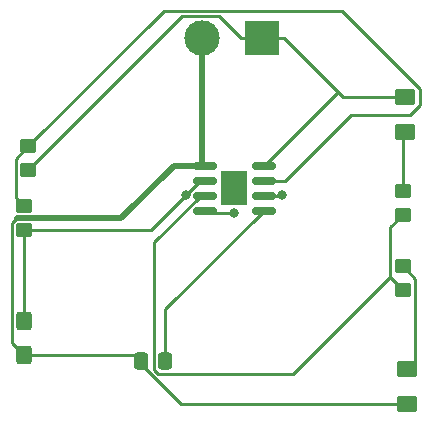
<source format=gbr>
%TF.GenerationSoftware,KiCad,Pcbnew,(6.0.10)*%
%TF.CreationDate,2023-02-17T15:18:55-08:00*%
%TF.ProjectId,ee210,65653231-302e-46b6-9963-61645f706362,rev?*%
%TF.SameCoordinates,Original*%
%TF.FileFunction,Copper,L1,Top*%
%TF.FilePolarity,Positive*%
%FSLAX46Y46*%
G04 Gerber Fmt 4.6, Leading zero omitted, Abs format (unit mm)*
G04 Created by KiCad (PCBNEW (6.0.10)) date 2023-02-17 15:18:55*
%MOMM*%
%LPD*%
G01*
G04 APERTURE LIST*
G04 Aperture macros list*
%AMRoundRect*
0 Rectangle with rounded corners*
0 $1 Rounding radius*
0 $2 $3 $4 $5 $6 $7 $8 $9 X,Y pos of 4 corners*
0 Add a 4 corners polygon primitive as box body*
4,1,4,$2,$3,$4,$5,$6,$7,$8,$9,$2,$3,0*
0 Add four circle primitives for the rounded corners*
1,1,$1+$1,$2,$3*
1,1,$1+$1,$4,$5*
1,1,$1+$1,$6,$7*
1,1,$1+$1,$8,$9*
0 Add four rect primitives between the rounded corners*
20,1,$1+$1,$2,$3,$4,$5,0*
20,1,$1+$1,$4,$5,$6,$7,0*
20,1,$1+$1,$6,$7,$8,$9,0*
20,1,$1+$1,$8,$9,$2,$3,0*%
G04 Aperture macros list end*
%TA.AperFunction,SMDPad,CuDef*%
%ADD10RoundRect,0.150000X-0.825000X-0.150000X0.825000X-0.150000X0.825000X0.150000X-0.825000X0.150000X0*%
%TD*%
%TA.AperFunction,SMDPad,CuDef*%
%ADD11R,2.290000X3.000000*%
%TD*%
%TA.AperFunction,ComponentPad*%
%ADD12R,3.000000X3.000000*%
%TD*%
%TA.AperFunction,ComponentPad*%
%ADD13C,3.000000*%
%TD*%
%TA.AperFunction,SMDPad,CuDef*%
%ADD14RoundRect,0.250000X0.450000X-0.350000X0.450000X0.350000X-0.450000X0.350000X-0.450000X-0.350000X0*%
%TD*%
%TA.AperFunction,SMDPad,CuDef*%
%ADD15RoundRect,0.250000X-0.425000X0.537500X-0.425000X-0.537500X0.425000X-0.537500X0.425000X0.537500X0*%
%TD*%
%TA.AperFunction,SMDPad,CuDef*%
%ADD16RoundRect,0.250000X-0.450000X0.350000X-0.450000X-0.350000X0.450000X-0.350000X0.450000X0.350000X0*%
%TD*%
%TA.AperFunction,SMDPad,CuDef*%
%ADD17RoundRect,0.250000X0.337500X0.475000X-0.337500X0.475000X-0.337500X-0.475000X0.337500X-0.475000X0*%
%TD*%
%TA.AperFunction,SMDPad,CuDef*%
%ADD18RoundRect,0.250001X0.624999X-0.462499X0.624999X0.462499X-0.624999X0.462499X-0.624999X-0.462499X0*%
%TD*%
%TA.AperFunction,ViaPad*%
%ADD19C,0.800000*%
%TD*%
%TA.AperFunction,Conductor*%
%ADD20C,0.250000*%
%TD*%
%TA.AperFunction,Conductor*%
%ADD21C,0.500000*%
%TD*%
G04 APERTURE END LIST*
D10*
%TO.P,U1,1,GND*%
%TO.N,GND*%
X152465000Y-97155000D03*
%TO.P,U1,2,TR*%
%TO.N,/pin_2*%
X152465000Y-98425000D03*
%TO.P,U1,3,Q*%
%TO.N,/pin_3*%
X152465000Y-99695000D03*
%TO.P,U1,4,R*%
%TO.N,+9V*%
X152465000Y-100965000D03*
%TO.P,U1,5,CV*%
%TO.N,Net-(C2-Pad1)*%
X157415000Y-100965000D03*
%TO.P,U1,6,THR*%
%TO.N,/pin_2*%
X157415000Y-99695000D03*
%TO.P,U1,7,DIS*%
%TO.N,/pin_7*%
X157415000Y-98425000D03*
%TO.P,U1,8,VCC*%
%TO.N,+9V*%
X157415000Y-97155000D03*
D11*
%TO.P,U1,9*%
%TO.N,N/C*%
X154940000Y-99060000D03*
%TD*%
D12*
%TO.P,J1,1,Pin_1*%
%TO.N,+9V*%
X157320000Y-86360000D03*
D13*
%TO.P,J1,2,Pin_2*%
%TO.N,GND*%
X152240000Y-86360000D03*
%TD*%
D14*
%TO.P,R1,1*%
%TO.N,+9V*%
X137505000Y-97542900D03*
%TO.P,R1,2*%
%TO.N,/pin_7*%
X137505000Y-95542900D03*
%TD*%
D15*
%TO.P,C1,1*%
%TO.N,/pin_2*%
X137117500Y-110322500D03*
%TO.P,C1,2*%
%TO.N,GND*%
X137117500Y-113197500D03*
%TD*%
D16*
%TO.P,R2,1*%
%TO.N,/pin_7*%
X137160000Y-100600000D03*
%TO.P,R2,2*%
%TO.N,/pin_2*%
X137160000Y-102600000D03*
%TD*%
D17*
%TO.P,C2,1*%
%TO.N,Net-(C2-Pad1)*%
X149096200Y-113745000D03*
%TO.P,C2,2*%
%TO.N,GND*%
X147021200Y-113745000D03*
%TD*%
D14*
%TO.P,R3,1*%
%TO.N,/pin_3*%
X169180000Y-101310000D03*
%TO.P,R3,2*%
%TO.N,Net-(D1-Pad1)*%
X169180000Y-99310000D03*
%TD*%
%TO.P,R4,1*%
%TO.N,/pin_3*%
X169180000Y-107680000D03*
%TO.P,R4,2*%
%TO.N,Net-(D2-Pad2)*%
X169180000Y-105680000D03*
%TD*%
D18*
%TO.P,D1,1,K*%
%TO.N,Net-(D1-Pad1)*%
X169380000Y-94327500D03*
%TO.P,D1,2,A*%
%TO.N,+9V*%
X169380000Y-91352500D03*
%TD*%
%TO.P,D2,1,K*%
%TO.N,GND*%
X169560000Y-117387500D03*
%TO.P,D2,2,A*%
%TO.N,Net-(D2-Pad2)*%
X169560000Y-114412500D03*
%TD*%
D19*
%TO.N,/pin_2*%
X159007900Y-99649700D03*
X150859400Y-99623100D03*
%TO.N,+9V*%
X154932700Y-101183700D03*
%TD*%
D20*
%TO.N,/pin_2*%
X137160000Y-102600000D02*
X147882500Y-102600000D01*
X147882500Y-102600000D02*
X150859400Y-99623100D01*
X152057500Y-98425000D02*
X152465000Y-98425000D01*
X150859400Y-99623100D02*
X152057500Y-98425000D01*
X137160000Y-110280000D02*
X137160000Y-102600000D01*
X137117500Y-110322500D02*
X137160000Y-110280000D01*
X158962600Y-99695000D02*
X157415000Y-99695000D01*
X159007900Y-99649700D02*
X158962600Y-99695000D01*
D21*
%TO.N,GND*%
X152240000Y-97155000D02*
X149824900Y-97155000D01*
D20*
X169560000Y-117387500D02*
X150428000Y-117387500D01*
X150428000Y-117387500D02*
X147021200Y-113980700D01*
X147021200Y-113980700D02*
X147021200Y-113745000D01*
D21*
X145379900Y-101600000D02*
X136527100Y-101600000D01*
D20*
X136094600Y-102032500D02*
X136094600Y-112174600D01*
X136094600Y-112174600D02*
X137117500Y-113197500D01*
D21*
X152240000Y-86360000D02*
X152240000Y-97155000D01*
D20*
X137117500Y-113197500D02*
X146473700Y-113197500D01*
X152240000Y-97155000D02*
X152465000Y-97155000D01*
D21*
X149824900Y-97155000D02*
X145379900Y-101600000D01*
D20*
X136527100Y-101600000D02*
X136094600Y-102032500D01*
X146473700Y-113197500D02*
X147021200Y-113745000D01*
%TO.N,Net-(C2-Pad1)*%
X149096200Y-109283800D02*
X157415000Y-100965000D01*
X149096200Y-113745000D02*
X149096200Y-109283800D01*
%TO.N,Net-(D1-Pad1)*%
X169180000Y-94527500D02*
X169180000Y-99310000D01*
X169380000Y-94327500D02*
X169180000Y-94527500D01*
%TO.N,+9V*%
X164137800Y-91352500D02*
X163677700Y-90892300D01*
X163677700Y-90892300D02*
X159145300Y-86360000D01*
X163677700Y-90892300D02*
X157415000Y-97155000D01*
X157320000Y-86360000D02*
X159145300Y-86360000D01*
X153669400Y-84534700D02*
X155494700Y-86360000D01*
X169380000Y-91352500D02*
X164137800Y-91352500D01*
X137505000Y-97542900D02*
X150513200Y-84534700D01*
X152683700Y-101183700D02*
X152465000Y-100965000D01*
X150513200Y-84534700D02*
X153669400Y-84534700D01*
X157320000Y-86360000D02*
X155494700Y-86360000D01*
X154932700Y-101183700D02*
X152683700Y-101183700D01*
%TO.N,Net-(D2-Pad2)*%
X169560000Y-114412500D02*
X170253600Y-113718900D01*
X170253600Y-113718900D02*
X170253600Y-106753600D01*
X170253600Y-106753600D02*
X169180000Y-105680000D01*
%TO.N,/pin_7*%
X170622500Y-92047600D02*
X169830100Y-92840000D01*
X136447400Y-99887400D02*
X136447400Y-96600500D01*
X136447400Y-96600500D02*
X137505000Y-95542900D01*
X148964600Y-84083300D02*
X164070300Y-84083300D01*
X164791800Y-92840000D02*
X159206800Y-98425000D01*
X137505000Y-95542900D02*
X148964600Y-84083300D01*
X159206800Y-98425000D02*
X157415000Y-98425000D01*
X164070300Y-84083300D02*
X170622500Y-90635500D01*
X169830100Y-92840000D02*
X164791800Y-92840000D01*
X137160000Y-100600000D02*
X136447400Y-99887400D01*
X170622500Y-90635500D02*
X170622500Y-92047600D01*
%TO.N,/pin_3*%
X169180000Y-101310000D02*
X168106400Y-102383600D01*
X152081800Y-99695000D02*
X152465000Y-99695000D01*
X148173200Y-114455200D02*
X148173200Y-103603600D01*
X148173200Y-103603600D02*
X152081800Y-99695000D01*
X148516600Y-114798600D02*
X148173200Y-114455200D01*
X168106400Y-106606400D02*
X169180000Y-107680000D01*
X168106400Y-106606400D02*
X159914200Y-114798600D01*
X159914200Y-114798600D02*
X148516600Y-114798600D01*
X168106400Y-102383600D02*
X168106400Y-106606400D01*
%TD*%
M02*

</source>
